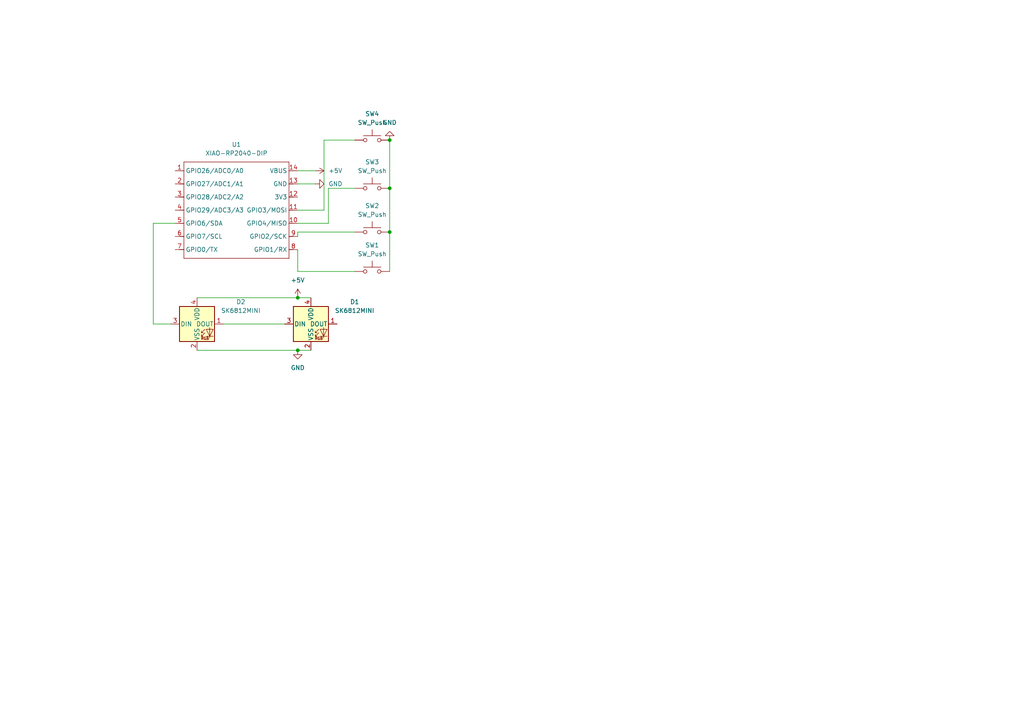
<source format=kicad_sch>
(kicad_sch
	(version 20250114)
	(generator "eeschema")
	(generator_version "9.0")
	(uuid "7f060932-5e52-48ae-b7f3-4acb5123388b")
	(paper "A4")
	(lib_symbols
		(symbol "LED:SK6812MINI"
			(pin_names
				(offset 0.254)
			)
			(exclude_from_sim no)
			(in_bom yes)
			(on_board yes)
			(property "Reference" "D"
				(at 5.08 5.715 0)
				(effects
					(font
						(size 1.27 1.27)
					)
					(justify right bottom)
				)
			)
			(property "Value" "SK6812MINI"
				(at 1.27 -5.715 0)
				(effects
					(font
						(size 1.27 1.27)
					)
					(justify left top)
				)
			)
			(property "Footprint" "LED_SMD:LED_SK6812MINI_PLCC4_3.5x3.5mm_P1.75mm"
				(at 1.27 -7.62 0)
				(effects
					(font
						(size 1.27 1.27)
					)
					(justify left top)
					(hide yes)
				)
			)
			(property "Datasheet" "https://cdn-shop.adafruit.com/product-files/2686/SK6812MINI_REV.01-1-2.pdf"
				(at 2.54 -9.525 0)
				(effects
					(font
						(size 1.27 1.27)
					)
					(justify left top)
					(hide yes)
				)
			)
			(property "Description" "RGB LED with integrated controller"
				(at 0 0 0)
				(effects
					(font
						(size 1.27 1.27)
					)
					(hide yes)
				)
			)
			(property "ki_keywords" "RGB LED NeoPixel Mini addressable"
				(at 0 0 0)
				(effects
					(font
						(size 1.27 1.27)
					)
					(hide yes)
				)
			)
			(property "ki_fp_filters" "LED*SK6812MINI*PLCC*3.5x3.5mm*P1.75mm*"
				(at 0 0 0)
				(effects
					(font
						(size 1.27 1.27)
					)
					(hide yes)
				)
			)
			(symbol "SK6812MINI_0_0"
				(text "RGB"
					(at 2.286 -4.191 0)
					(effects
						(font
							(size 0.762 0.762)
						)
					)
				)
			)
			(symbol "SK6812MINI_0_1"
				(polyline
					(pts
						(xy 1.27 -2.54) (xy 1.778 -2.54)
					)
					(stroke
						(width 0)
						(type default)
					)
					(fill
						(type none)
					)
				)
				(polyline
					(pts
						(xy 1.27 -3.556) (xy 1.778 -3.556)
					)
					(stroke
						(width 0)
						(type default)
					)
					(fill
						(type none)
					)
				)
				(polyline
					(pts
						(xy 2.286 -1.524) (xy 1.27 -2.54) (xy 1.27 -2.032)
					)
					(stroke
						(width 0)
						(type default)
					)
					(fill
						(type none)
					)
				)
				(polyline
					(pts
						(xy 2.286 -2.54) (xy 1.27 -3.556) (xy 1.27 -3.048)
					)
					(stroke
						(width 0)
						(type default)
					)
					(fill
						(type none)
					)
				)
				(polyline
					(pts
						(xy 3.683 -1.016) (xy 3.683 -3.556) (xy 3.683 -4.064)
					)
					(stroke
						(width 0)
						(type default)
					)
					(fill
						(type none)
					)
				)
				(polyline
					(pts
						(xy 4.699 -1.524) (xy 2.667 -1.524) (xy 3.683 -3.556) (xy 4.699 -1.524)
					)
					(stroke
						(width 0)
						(type default)
					)
					(fill
						(type none)
					)
				)
				(polyline
					(pts
						(xy 4.699 -3.556) (xy 2.667 -3.556)
					)
					(stroke
						(width 0)
						(type default)
					)
					(fill
						(type none)
					)
				)
				(rectangle
					(start 5.08 5.08)
					(end -5.08 -5.08)
					(stroke
						(width 0.254)
						(type default)
					)
					(fill
						(type background)
					)
				)
			)
			(symbol "SK6812MINI_1_1"
				(pin input line
					(at -7.62 0 0)
					(length 2.54)
					(name "DIN"
						(effects
							(font
								(size 1.27 1.27)
							)
						)
					)
					(number "3"
						(effects
							(font
								(size 1.27 1.27)
							)
						)
					)
				)
				(pin power_in line
					(at 0 7.62 270)
					(length 2.54)
					(name "VDD"
						(effects
							(font
								(size 1.27 1.27)
							)
						)
					)
					(number "4"
						(effects
							(font
								(size 1.27 1.27)
							)
						)
					)
				)
				(pin power_in line
					(at 0 -7.62 90)
					(length 2.54)
					(name "VSS"
						(effects
							(font
								(size 1.27 1.27)
							)
						)
					)
					(number "2"
						(effects
							(font
								(size 1.27 1.27)
							)
						)
					)
				)
				(pin output line
					(at 7.62 0 180)
					(length 2.54)
					(name "DOUT"
						(effects
							(font
								(size 1.27 1.27)
							)
						)
					)
					(number "1"
						(effects
							(font
								(size 1.27 1.27)
							)
						)
					)
				)
			)
			(embedded_fonts no)
		)
		(symbol "OPL Lib:XIAO-RP2040-DIP"
			(exclude_from_sim no)
			(in_bom yes)
			(on_board yes)
			(property "Reference" "U"
				(at 0 0 0)
				(effects
					(font
						(size 1.27 1.27)
					)
				)
			)
			(property "Value" "XIAO-RP2040-DIP"
				(at 5.334 -1.778 0)
				(effects
					(font
						(size 1.27 1.27)
					)
				)
			)
			(property "Footprint" "Module:MOUDLE14P-XIAO-DIP-SMD"
				(at 14.478 -32.258 0)
				(effects
					(font
						(size 1.27 1.27)
					)
					(hide yes)
				)
			)
			(property "Datasheet" ""
				(at 0 0 0)
				(effects
					(font
						(size 1.27 1.27)
					)
					(hide yes)
				)
			)
			(property "Description" ""
				(at 0 0 0)
				(effects
					(font
						(size 1.27 1.27)
					)
					(hide yes)
				)
			)
			(symbol "XIAO-RP2040-DIP_1_0"
				(polyline
					(pts
						(xy -1.27 -2.54) (xy 29.21 -2.54)
					)
					(stroke
						(width 0.1524)
						(type solid)
					)
					(fill
						(type none)
					)
				)
				(polyline
					(pts
						(xy -1.27 -5.08) (xy -2.54 -5.08)
					)
					(stroke
						(width 0.1524)
						(type solid)
					)
					(fill
						(type none)
					)
				)
				(polyline
					(pts
						(xy -1.27 -5.08) (xy -1.27 -2.54)
					)
					(stroke
						(width 0.1524)
						(type solid)
					)
					(fill
						(type none)
					)
				)
				(polyline
					(pts
						(xy -1.27 -8.89) (xy -2.54 -8.89)
					)
					(stroke
						(width 0.1524)
						(type solid)
					)
					(fill
						(type none)
					)
				)
				(polyline
					(pts
						(xy -1.27 -8.89) (xy -1.27 -5.08)
					)
					(stroke
						(width 0.1524)
						(type solid)
					)
					(fill
						(type none)
					)
				)
				(polyline
					(pts
						(xy -1.27 -12.7) (xy -2.54 -12.7)
					)
					(stroke
						(width 0.1524)
						(type solid)
					)
					(fill
						(type none)
					)
				)
				(polyline
					(pts
						(xy -1.27 -12.7) (xy -1.27 -8.89)
					)
					(stroke
						(width 0.1524)
						(type solid)
					)
					(fill
						(type none)
					)
				)
				(polyline
					(pts
						(xy -1.27 -16.51) (xy -2.54 -16.51)
					)
					(stroke
						(width 0.1524)
						(type solid)
					)
					(fill
						(type none)
					)
				)
				(polyline
					(pts
						(xy -1.27 -16.51) (xy -1.27 -12.7)
					)
					(stroke
						(width 0.1524)
						(type solid)
					)
					(fill
						(type none)
					)
				)
				(polyline
					(pts
						(xy -1.27 -20.32) (xy -2.54 -20.32)
					)
					(stroke
						(width 0.1524)
						(type solid)
					)
					(fill
						(type none)
					)
				)
				(polyline
					(pts
						(xy -1.27 -24.13) (xy -2.54 -24.13)
					)
					(stroke
						(width 0.1524)
						(type solid)
					)
					(fill
						(type none)
					)
				)
				(polyline
					(pts
						(xy -1.27 -27.94) (xy -2.54 -27.94)
					)
					(stroke
						(width 0.1524)
						(type solid)
					)
					(fill
						(type none)
					)
				)
				(polyline
					(pts
						(xy -1.27 -30.48) (xy -1.27 -16.51)
					)
					(stroke
						(width 0.1524)
						(type solid)
					)
					(fill
						(type none)
					)
				)
				(polyline
					(pts
						(xy 29.21 -2.54) (xy 29.21 -5.08)
					)
					(stroke
						(width 0.1524)
						(type solid)
					)
					(fill
						(type none)
					)
				)
				(polyline
					(pts
						(xy 29.21 -5.08) (xy 29.21 -8.89)
					)
					(stroke
						(width 0.1524)
						(type solid)
					)
					(fill
						(type none)
					)
				)
				(polyline
					(pts
						(xy 29.21 -8.89) (xy 29.21 -12.7)
					)
					(stroke
						(width 0.1524)
						(type solid)
					)
					(fill
						(type none)
					)
				)
				(polyline
					(pts
						(xy 29.21 -12.7) (xy 29.21 -30.48)
					)
					(stroke
						(width 0.1524)
						(type solid)
					)
					(fill
						(type none)
					)
				)
				(polyline
					(pts
						(xy 29.21 -30.48) (xy -1.27 -30.48)
					)
					(stroke
						(width 0.1524)
						(type solid)
					)
					(fill
						(type none)
					)
				)
				(polyline
					(pts
						(xy 30.48 -5.08) (xy 29.21 -5.08)
					)
					(stroke
						(width 0.1524)
						(type solid)
					)
					(fill
						(type none)
					)
				)
				(polyline
					(pts
						(xy 30.48 -8.89) (xy 29.21 -8.89)
					)
					(stroke
						(width 0.1524)
						(type solid)
					)
					(fill
						(type none)
					)
				)
				(polyline
					(pts
						(xy 30.48 -12.7) (xy 29.21 -12.7)
					)
					(stroke
						(width 0.1524)
						(type solid)
					)
					(fill
						(type none)
					)
				)
				(polyline
					(pts
						(xy 30.48 -16.51) (xy 29.21 -16.51)
					)
					(stroke
						(width 0.1524)
						(type solid)
					)
					(fill
						(type none)
					)
				)
				(polyline
					(pts
						(xy 30.48 -20.32) (xy 29.21 -20.32)
					)
					(stroke
						(width 0.1524)
						(type solid)
					)
					(fill
						(type none)
					)
				)
				(polyline
					(pts
						(xy 30.48 -24.13) (xy 29.21 -24.13)
					)
					(stroke
						(width 0.1524)
						(type solid)
					)
					(fill
						(type none)
					)
				)
				(polyline
					(pts
						(xy 30.48 -27.94) (xy 29.21 -27.94)
					)
					(stroke
						(width 0.1524)
						(type solid)
					)
					(fill
						(type none)
					)
				)
				(pin passive line
					(at -3.81 -5.08 0)
					(length 2.54)
					(name "GPIO26/ADC0/A0"
						(effects
							(font
								(size 1.27 1.27)
							)
						)
					)
					(number "1"
						(effects
							(font
								(size 1.27 1.27)
							)
						)
					)
				)
				(pin passive line
					(at -3.81 -8.89 0)
					(length 2.54)
					(name "GPIO27/ADC1/A1"
						(effects
							(font
								(size 1.27 1.27)
							)
						)
					)
					(number "2"
						(effects
							(font
								(size 1.27 1.27)
							)
						)
					)
				)
				(pin passive line
					(at -3.81 -12.7 0)
					(length 2.54)
					(name "GPIO28/ADC2/A2"
						(effects
							(font
								(size 1.27 1.27)
							)
						)
					)
					(number "3"
						(effects
							(font
								(size 1.27 1.27)
							)
						)
					)
				)
				(pin passive line
					(at -3.81 -16.51 0)
					(length 2.54)
					(name "GPIO29/ADC3/A3"
						(effects
							(font
								(size 1.27 1.27)
							)
						)
					)
					(number "4"
						(effects
							(font
								(size 1.27 1.27)
							)
						)
					)
				)
				(pin passive line
					(at -3.81 -20.32 0)
					(length 2.54)
					(name "GPIO6/SDA"
						(effects
							(font
								(size 1.27 1.27)
							)
						)
					)
					(number "5"
						(effects
							(font
								(size 1.27 1.27)
							)
						)
					)
				)
				(pin passive line
					(at -3.81 -24.13 0)
					(length 2.54)
					(name "GPIO7/SCL"
						(effects
							(font
								(size 1.27 1.27)
							)
						)
					)
					(number "6"
						(effects
							(font
								(size 1.27 1.27)
							)
						)
					)
				)
				(pin passive line
					(at -3.81 -27.94 0)
					(length 2.54)
					(name "GPIO0/TX"
						(effects
							(font
								(size 1.27 1.27)
							)
						)
					)
					(number "7"
						(effects
							(font
								(size 1.27 1.27)
							)
						)
					)
				)
				(pin passive line
					(at 31.75 -5.08 180)
					(length 2.54)
					(name "VBUS"
						(effects
							(font
								(size 1.27 1.27)
							)
						)
					)
					(number "14"
						(effects
							(font
								(size 1.27 1.27)
							)
						)
					)
				)
				(pin passive line
					(at 31.75 -8.89 180)
					(length 2.54)
					(name "GND"
						(effects
							(font
								(size 1.27 1.27)
							)
						)
					)
					(number "13"
						(effects
							(font
								(size 1.27 1.27)
							)
						)
					)
				)
				(pin passive line
					(at 31.75 -12.7 180)
					(length 2.54)
					(name "3V3"
						(effects
							(font
								(size 1.27 1.27)
							)
						)
					)
					(number "12"
						(effects
							(font
								(size 1.27 1.27)
							)
						)
					)
				)
				(pin passive line
					(at 31.75 -16.51 180)
					(length 2.54)
					(name "GPIO3/MOSI"
						(effects
							(font
								(size 1.27 1.27)
							)
						)
					)
					(number "11"
						(effects
							(font
								(size 1.27 1.27)
							)
						)
					)
				)
				(pin passive line
					(at 31.75 -20.32 180)
					(length 2.54)
					(name "GPIO4/MISO"
						(effects
							(font
								(size 1.27 1.27)
							)
						)
					)
					(number "10"
						(effects
							(font
								(size 1.27 1.27)
							)
						)
					)
				)
				(pin passive line
					(at 31.75 -24.13 180)
					(length 2.54)
					(name "GPIO2/SCK"
						(effects
							(font
								(size 1.27 1.27)
							)
						)
					)
					(number "9"
						(effects
							(font
								(size 1.27 1.27)
							)
						)
					)
				)
				(pin passive line
					(at 31.75 -27.94 180)
					(length 2.54)
					(name "GPIO1/RX"
						(effects
							(font
								(size 1.27 1.27)
							)
						)
					)
					(number "8"
						(effects
							(font
								(size 1.27 1.27)
							)
						)
					)
				)
			)
			(embedded_fonts no)
		)
		(symbol "Switch:SW_Push"
			(pin_numbers
				(hide yes)
			)
			(pin_names
				(offset 1.016)
				(hide yes)
			)
			(exclude_from_sim no)
			(in_bom yes)
			(on_board yes)
			(property "Reference" "SW"
				(at 1.27 2.54 0)
				(effects
					(font
						(size 1.27 1.27)
					)
					(justify left)
				)
			)
			(property "Value" "SW_Push"
				(at 0 -1.524 0)
				(effects
					(font
						(size 1.27 1.27)
					)
				)
			)
			(property "Footprint" ""
				(at 0 5.08 0)
				(effects
					(font
						(size 1.27 1.27)
					)
					(hide yes)
				)
			)
			(property "Datasheet" "~"
				(at 0 5.08 0)
				(effects
					(font
						(size 1.27 1.27)
					)
					(hide yes)
				)
			)
			(property "Description" "Push button switch, generic, two pins"
				(at 0 0 0)
				(effects
					(font
						(size 1.27 1.27)
					)
					(hide yes)
				)
			)
			(property "ki_keywords" "switch normally-open pushbutton push-button"
				(at 0 0 0)
				(effects
					(font
						(size 1.27 1.27)
					)
					(hide yes)
				)
			)
			(symbol "SW_Push_0_1"
				(circle
					(center -2.032 0)
					(radius 0.508)
					(stroke
						(width 0)
						(type default)
					)
					(fill
						(type none)
					)
				)
				(polyline
					(pts
						(xy 0 1.27) (xy 0 3.048)
					)
					(stroke
						(width 0)
						(type default)
					)
					(fill
						(type none)
					)
				)
				(circle
					(center 2.032 0)
					(radius 0.508)
					(stroke
						(width 0)
						(type default)
					)
					(fill
						(type none)
					)
				)
				(polyline
					(pts
						(xy 2.54 1.27) (xy -2.54 1.27)
					)
					(stroke
						(width 0)
						(type default)
					)
					(fill
						(type none)
					)
				)
				(pin passive line
					(at -5.08 0 0)
					(length 2.54)
					(name "1"
						(effects
							(font
								(size 1.27 1.27)
							)
						)
					)
					(number "1"
						(effects
							(font
								(size 1.27 1.27)
							)
						)
					)
				)
				(pin passive line
					(at 5.08 0 180)
					(length 2.54)
					(name "2"
						(effects
							(font
								(size 1.27 1.27)
							)
						)
					)
					(number "2"
						(effects
							(font
								(size 1.27 1.27)
							)
						)
					)
				)
			)
			(embedded_fonts no)
		)
		(symbol "power:+5V"
			(power)
			(pin_numbers
				(hide yes)
			)
			(pin_names
				(offset 0)
				(hide yes)
			)
			(exclude_from_sim no)
			(in_bom yes)
			(on_board yes)
			(property "Reference" "#PWR"
				(at 0 -3.81 0)
				(effects
					(font
						(size 1.27 1.27)
					)
					(hide yes)
				)
			)
			(property "Value" "+5V"
				(at 0 3.556 0)
				(effects
					(font
						(size 1.27 1.27)
					)
				)
			)
			(property "Footprint" ""
				(at 0 0 0)
				(effects
					(font
						(size 1.27 1.27)
					)
					(hide yes)
				)
			)
			(property "Datasheet" ""
				(at 0 0 0)
				(effects
					(font
						(size 1.27 1.27)
					)
					(hide yes)
				)
			)
			(property "Description" "Power symbol creates a global label with name \"+5V\""
				(at 0 0 0)
				(effects
					(font
						(size 1.27 1.27)
					)
					(hide yes)
				)
			)
			(property "ki_keywords" "global power"
				(at 0 0 0)
				(effects
					(font
						(size 1.27 1.27)
					)
					(hide yes)
				)
			)
			(symbol "+5V_0_1"
				(polyline
					(pts
						(xy -0.762 1.27) (xy 0 2.54)
					)
					(stroke
						(width 0)
						(type default)
					)
					(fill
						(type none)
					)
				)
				(polyline
					(pts
						(xy 0 2.54) (xy 0.762 1.27)
					)
					(stroke
						(width 0)
						(type default)
					)
					(fill
						(type none)
					)
				)
				(polyline
					(pts
						(xy 0 0) (xy 0 2.54)
					)
					(stroke
						(width 0)
						(type default)
					)
					(fill
						(type none)
					)
				)
			)
			(symbol "+5V_1_1"
				(pin power_in line
					(at 0 0 90)
					(length 0)
					(name "~"
						(effects
							(font
								(size 1.27 1.27)
							)
						)
					)
					(number "1"
						(effects
							(font
								(size 1.27 1.27)
							)
						)
					)
				)
			)
			(embedded_fonts no)
		)
		(symbol "power:GND"
			(power)
			(pin_numbers
				(hide yes)
			)
			(pin_names
				(offset 0)
				(hide yes)
			)
			(exclude_from_sim no)
			(in_bom yes)
			(on_board yes)
			(property "Reference" "#PWR"
				(at 0 -6.35 0)
				(effects
					(font
						(size 1.27 1.27)
					)
					(hide yes)
				)
			)
			(property "Value" "GND"
				(at 0 -3.81 0)
				(effects
					(font
						(size 1.27 1.27)
					)
				)
			)
			(property "Footprint" ""
				(at 0 0 0)
				(effects
					(font
						(size 1.27 1.27)
					)
					(hide yes)
				)
			)
			(property "Datasheet" ""
				(at 0 0 0)
				(effects
					(font
						(size 1.27 1.27)
					)
					(hide yes)
				)
			)
			(property "Description" "Power symbol creates a global label with name \"GND\" , ground"
				(at 0 0 0)
				(effects
					(font
						(size 1.27 1.27)
					)
					(hide yes)
				)
			)
			(property "ki_keywords" "global power"
				(at 0 0 0)
				(effects
					(font
						(size 1.27 1.27)
					)
					(hide yes)
				)
			)
			(symbol "GND_0_1"
				(polyline
					(pts
						(xy 0 0) (xy 0 -1.27) (xy 1.27 -1.27) (xy 0 -2.54) (xy -1.27 -1.27) (xy 0 -1.27)
					)
					(stroke
						(width 0)
						(type default)
					)
					(fill
						(type none)
					)
				)
			)
			(symbol "GND_1_1"
				(pin power_in line
					(at 0 0 270)
					(length 0)
					(name "~"
						(effects
							(font
								(size 1.27 1.27)
							)
						)
					)
					(number "1"
						(effects
							(font
								(size 1.27 1.27)
							)
						)
					)
				)
			)
			(embedded_fonts no)
		)
	)
	(junction
		(at 86.36 101.6)
		(diameter 0)
		(color 0 0 0 0)
		(uuid "36b96c3e-c0c2-45b4-952d-9ef7dc31b9ca")
	)
	(junction
		(at 113.03 54.61)
		(diameter 0)
		(color 0 0 0 0)
		(uuid "37d407f4-267a-4126-821e-3c4c82599a19")
	)
	(junction
		(at 113.03 67.31)
		(diameter 0)
		(color 0 0 0 0)
		(uuid "96767f5a-a645-44cc-b6b4-19b94036a1ba")
	)
	(junction
		(at 113.03 40.64)
		(diameter 0)
		(color 0 0 0 0)
		(uuid "b1c5a10e-e100-41ac-a747-25cebee681ca")
	)
	(junction
		(at 86.36 86.36)
		(diameter 0)
		(color 0 0 0 0)
		(uuid "e13b1cf9-13b2-4084-a57b-64fbab7aa86d")
	)
	(wire
		(pts
			(xy 57.15 101.6) (xy 86.36 101.6)
		)
		(stroke
			(width 0)
			(type default)
		)
		(uuid "0ac1595b-e5f0-4976-bc78-fa18cc3dae3d")
	)
	(wire
		(pts
			(xy 90.17 101.6) (xy 86.36 101.6)
		)
		(stroke
			(width 0)
			(type default)
		)
		(uuid "2a800724-8e45-4388-9b6c-f43066475891")
	)
	(wire
		(pts
			(xy 113.03 54.61) (xy 113.03 67.31)
		)
		(stroke
			(width 0)
			(type default)
		)
		(uuid "2cfa4fbb-5667-47a4-9159-efbc1e3bc834")
	)
	(wire
		(pts
			(xy 90.17 86.36) (xy 86.36 86.36)
		)
		(stroke
			(width 0)
			(type default)
		)
		(uuid "373e8064-21e1-4381-866c-ec81bad96f29")
	)
	(wire
		(pts
			(xy 93.98 60.96) (xy 93.98 40.64)
		)
		(stroke
			(width 0)
			(type default)
		)
		(uuid "3792a219-2e21-4372-b829-25862a3e7036")
	)
	(wire
		(pts
			(xy 86.36 67.31) (xy 86.36 68.58)
		)
		(stroke
			(width 0)
			(type default)
		)
		(uuid "3caa5d2f-93d0-4c70-80e3-1cdb4f2814a9")
	)
	(wire
		(pts
			(xy 86.36 78.74) (xy 86.36 72.39)
		)
		(stroke
			(width 0)
			(type default)
		)
		(uuid "5190d328-e72c-4fec-a2ed-aa4c15a3cd68")
	)
	(wire
		(pts
			(xy 95.25 54.61) (xy 95.25 64.77)
		)
		(stroke
			(width 0)
			(type default)
		)
		(uuid "5406b2d7-de91-400b-a24f-048c5799cd8e")
	)
	(wire
		(pts
			(xy 102.87 67.31) (xy 86.36 67.31)
		)
		(stroke
			(width 0)
			(type default)
		)
		(uuid "5f143f0b-9c80-4d15-b6bb-deef16c2a2e3")
	)
	(wire
		(pts
			(xy 57.15 86.36) (xy 86.36 86.36)
		)
		(stroke
			(width 0)
			(type default)
		)
		(uuid "6eb32872-4501-4642-8d0e-2b5b7d97fa14")
	)
	(wire
		(pts
			(xy 44.45 64.77) (xy 44.45 93.98)
		)
		(stroke
			(width 0)
			(type default)
		)
		(uuid "7319b1c5-eb2e-4fc3-bdcf-8c1fc9f82495")
	)
	(wire
		(pts
			(xy 102.87 78.74) (xy 86.36 78.74)
		)
		(stroke
			(width 0)
			(type default)
		)
		(uuid "8a53ca53-e97d-43f2-a6be-8c8e150b9311")
	)
	(wire
		(pts
			(xy 86.36 60.96) (xy 93.98 60.96)
		)
		(stroke
			(width 0)
			(type default)
		)
		(uuid "8a927d36-a3f7-44af-96ea-cba2bd080df2")
	)
	(wire
		(pts
			(xy 64.77 93.98) (xy 82.55 93.98)
		)
		(stroke
			(width 0)
			(type default)
		)
		(uuid "945bd717-c93b-4733-930c-d3d00681ed6f")
	)
	(wire
		(pts
			(xy 113.03 40.64) (xy 113.03 54.61)
		)
		(stroke
			(width 0)
			(type default)
		)
		(uuid "9a2e9681-3d1c-42cc-a602-ab3eba9a2217")
	)
	(wire
		(pts
			(xy 102.87 54.61) (xy 95.25 54.61)
		)
		(stroke
			(width 0)
			(type default)
		)
		(uuid "9f9fbd34-2ac6-4fef-a50f-bc86a8e58812")
	)
	(wire
		(pts
			(xy 50.8 64.77) (xy 44.45 64.77)
		)
		(stroke
			(width 0)
			(type default)
		)
		(uuid "a9e18bd0-a927-4464-8d5d-64829028c888")
	)
	(wire
		(pts
			(xy 44.45 93.98) (xy 49.53 93.98)
		)
		(stroke
			(width 0)
			(type default)
		)
		(uuid "b21261a0-e0db-4d91-84e0-eef67ee778dd")
	)
	(wire
		(pts
			(xy 86.36 49.53) (xy 91.44 49.53)
		)
		(stroke
			(width 0)
			(type default)
		)
		(uuid "cc8ef177-22e8-4fa0-8bf5-e4e4904a0e7d")
	)
	(wire
		(pts
			(xy 113.03 67.31) (xy 113.03 78.74)
		)
		(stroke
			(width 0)
			(type default)
		)
		(uuid "d61c2067-00f6-450c-b6ab-11817f6d0158")
	)
	(wire
		(pts
			(xy 93.98 40.64) (xy 102.87 40.64)
		)
		(stroke
			(width 0)
			(type default)
		)
		(uuid "f88dcb55-4f7f-4626-8264-9805a6175ae3")
	)
	(wire
		(pts
			(xy 86.36 53.34) (xy 91.44 53.34)
		)
		(stroke
			(width 0)
			(type default)
		)
		(uuid "f9c6915e-721b-4840-b561-5fddbc40f332")
	)
	(wire
		(pts
			(xy 95.25 64.77) (xy 86.36 64.77)
		)
		(stroke
			(width 0)
			(type default)
		)
		(uuid "fa8e1384-1643-4c0c-abca-8675188abab4")
	)
	(symbol
		(lib_id "Switch:SW_Push")
		(at 107.95 40.64 0)
		(unit 1)
		(exclude_from_sim no)
		(in_bom yes)
		(on_board yes)
		(dnp no)
		(fields_autoplaced yes)
		(uuid "1545949e-247b-4561-876d-81405f91ca71")
		(property "Reference" "SW4"
			(at 107.95 33.02 0)
			(effects
				(font
					(size 1.27 1.27)
				)
			)
		)
		(property "Value" "SW_Push"
			(at 107.95 35.56 0)
			(effects
				(font
					(size 1.27 1.27)
				)
			)
		)
		(property "Footprint" "Button_Switch_Keyboard:SW_Cherry_MX_1.00u_PCB"
			(at 107.95 35.56 0)
			(effects
				(font
					(size 1.27 1.27)
				)
				(hide yes)
			)
		)
		(property "Datasheet" "~"
			(at 107.95 35.56 0)
			(effects
				(font
					(size 1.27 1.27)
				)
				(hide yes)
			)
		)
		(property "Description" "Push button switch, generic, two pins"
			(at 107.95 40.64 0)
			(effects
				(font
					(size 1.27 1.27)
				)
				(hide yes)
			)
		)
		(pin "2"
			(uuid "fbeb1cd4-01de-4b50-9b60-5394b18b6700")
		)
		(pin "1"
			(uuid "a2c838c3-6fe2-403c-9a10-5bac38e192ad")
		)
		(instances
			(project ""
				(path "/7f060932-5e52-48ae-b7f3-4acb5123388b"
					(reference "SW4")
					(unit 1)
				)
			)
		)
	)
	(symbol
		(lib_id "power:+5V")
		(at 91.44 49.53 270)
		(unit 1)
		(exclude_from_sim no)
		(in_bom yes)
		(on_board yes)
		(dnp no)
		(fields_autoplaced yes)
		(uuid "1b52cbec-31d9-4097-ba2b-5c4ad159a864")
		(property "Reference" "#PWR05"
			(at 87.63 49.53 0)
			(effects
				(font
					(size 1.27 1.27)
				)
				(hide yes)
			)
		)
		(property "Value" "+5V"
			(at 95.25 49.5299 90)
			(effects
				(font
					(size 1.27 1.27)
				)
				(justify left)
			)
		)
		(property "Footprint" ""
			(at 91.44 49.53 0)
			(effects
				(font
					(size 1.27 1.27)
				)
				(hide yes)
			)
		)
		(property "Datasheet" ""
			(at 91.44 49.53 0)
			(effects
				(font
					(size 1.27 1.27)
				)
				(hide yes)
			)
		)
		(property "Description" "Power symbol creates a global label with name \"+5V\""
			(at 91.44 49.53 0)
			(effects
				(font
					(size 1.27 1.27)
				)
				(hide yes)
			)
		)
		(pin "1"
			(uuid "8036b01d-dcc3-4fc9-8d5b-754cb21db3c9")
		)
		(instances
			(project ""
				(path "/7f060932-5e52-48ae-b7f3-4acb5123388b"
					(reference "#PWR05")
					(unit 1)
				)
			)
		)
	)
	(symbol
		(lib_id "Switch:SW_Push")
		(at 107.95 78.74 0)
		(unit 1)
		(exclude_from_sim no)
		(in_bom yes)
		(on_board yes)
		(dnp no)
		(uuid "2a74b5d6-0aa0-41c2-beb5-da5fdbad032b")
		(property "Reference" "SW1"
			(at 107.95 71.12 0)
			(effects
				(font
					(size 1.27 1.27)
				)
			)
		)
		(property "Value" "SW_Push"
			(at 107.95 73.66 0)
			(effects
				(font
					(size 1.27 1.27)
				)
			)
		)
		(property "Footprint" "Button_Switch_Keyboard:SW_Cherry_MX_1.00u_PCB"
			(at 107.95 73.66 0)
			(effects
				(font
					(size 1.27 1.27)
				)
				(hide yes)
			)
		)
		(property "Datasheet" "~"
			(at 107.95 73.66 0)
			(effects
				(font
					(size 1.27 1.27)
				)
				(hide yes)
			)
		)
		(property "Description" "Push button switch, generic, two pins"
			(at 107.95 78.74 0)
			(effects
				(font
					(size 1.27 1.27)
				)
				(hide yes)
			)
		)
		(pin "1"
			(uuid "f193998e-c09e-4b0a-a758-e2a902420dac")
		)
		(pin "2"
			(uuid "752a9b86-2098-4721-a755-f80ff39eba60")
		)
		(instances
			(project ""
				(path "/7f060932-5e52-48ae-b7f3-4acb5123388b"
					(reference "SW1")
					(unit 1)
				)
			)
		)
	)
	(symbol
		(lib_id "Switch:SW_Push")
		(at 107.95 67.31 0)
		(unit 1)
		(exclude_from_sim no)
		(in_bom yes)
		(on_board yes)
		(dnp no)
		(fields_autoplaced yes)
		(uuid "2b4ccc57-8c32-430c-9c7c-5c7c09add430")
		(property "Reference" "SW2"
			(at 107.95 59.69 0)
			(effects
				(font
					(size 1.27 1.27)
				)
			)
		)
		(property "Value" "SW_Push"
			(at 107.95 62.23 0)
			(effects
				(font
					(size 1.27 1.27)
				)
			)
		)
		(property "Footprint" "Button_Switch_Keyboard:SW_Cherry_MX_1.00u_PCB"
			(at 107.95 62.23 0)
			(effects
				(font
					(size 1.27 1.27)
				)
				(hide yes)
			)
		)
		(property "Datasheet" "~"
			(at 107.95 62.23 0)
			(effects
				(font
					(size 1.27 1.27)
				)
				(hide yes)
			)
		)
		(property "Description" "Push button switch, generic, two pins"
			(at 107.95 67.31 0)
			(effects
				(font
					(size 1.27 1.27)
				)
				(hide yes)
			)
		)
		(pin "1"
			(uuid "1b3a4e4c-ad39-429f-95c3-bd1bb317a3b9")
		)
		(pin "2"
			(uuid "da2b6652-73f8-41e7-818b-1eec0a34b857")
		)
		(instances
			(project ""
				(path "/7f060932-5e52-48ae-b7f3-4acb5123388b"
					(reference "SW2")
					(unit 1)
				)
			)
		)
	)
	(symbol
		(lib_id "power:+5V")
		(at 86.36 86.36 0)
		(unit 1)
		(exclude_from_sim no)
		(in_bom yes)
		(on_board yes)
		(dnp no)
		(fields_autoplaced yes)
		(uuid "3830d933-34a8-48a5-9002-b762f352bbd5")
		(property "Reference" "#PWR02"
			(at 86.36 90.17 0)
			(effects
				(font
					(size 1.27 1.27)
				)
				(hide yes)
			)
		)
		(property "Value" "+5V"
			(at 86.36 81.28 0)
			(effects
				(font
					(size 1.27 1.27)
				)
			)
		)
		(property "Footprint" ""
			(at 86.36 86.36 0)
			(effects
				(font
					(size 1.27 1.27)
				)
				(hide yes)
			)
		)
		(property "Datasheet" ""
			(at 86.36 86.36 0)
			(effects
				(font
					(size 1.27 1.27)
				)
				(hide yes)
			)
		)
		(property "Description" "Power symbol creates a global label with name \"+5V\""
			(at 86.36 86.36 0)
			(effects
				(font
					(size 1.27 1.27)
				)
				(hide yes)
			)
		)
		(pin "1"
			(uuid "f8aedeb3-dc43-4d0b-9010-2ff9120eeb1e")
		)
		(instances
			(project ""
				(path "/7f060932-5e52-48ae-b7f3-4acb5123388b"
					(reference "#PWR02")
					(unit 1)
				)
			)
		)
	)
	(symbol
		(lib_id "power:GND")
		(at 86.36 101.6 0)
		(unit 1)
		(exclude_from_sim no)
		(in_bom yes)
		(on_board yes)
		(dnp no)
		(fields_autoplaced yes)
		(uuid "9463ff81-80f3-4fa9-b01d-3d5646daacc5")
		(property "Reference" "#PWR01"
			(at 86.36 107.95 0)
			(effects
				(font
					(size 1.27 1.27)
				)
				(hide yes)
			)
		)
		(property "Value" "GND"
			(at 86.36 106.68 0)
			(effects
				(font
					(size 1.27 1.27)
				)
			)
		)
		(property "Footprint" ""
			(at 86.36 101.6 0)
			(effects
				(font
					(size 1.27 1.27)
				)
				(hide yes)
			)
		)
		(property "Datasheet" ""
			(at 86.36 101.6 0)
			(effects
				(font
					(size 1.27 1.27)
				)
				(hide yes)
			)
		)
		(property "Description" "Power symbol creates a global label with name \"GND\" , ground"
			(at 86.36 101.6 0)
			(effects
				(font
					(size 1.27 1.27)
				)
				(hide yes)
			)
		)
		(pin "1"
			(uuid "df03fec4-8726-4de8-a3d3-d0bdeec9e515")
		)
		(instances
			(project ""
				(path "/7f060932-5e52-48ae-b7f3-4acb5123388b"
					(reference "#PWR01")
					(unit 1)
				)
			)
		)
	)
	(symbol
		(lib_id "power:GND")
		(at 91.44 53.34 90)
		(unit 1)
		(exclude_from_sim no)
		(in_bom yes)
		(on_board yes)
		(dnp no)
		(fields_autoplaced yes)
		(uuid "ac867a55-6a80-4e40-b5ad-9d71a952ae74")
		(property "Reference" "#PWR04"
			(at 97.79 53.34 0)
			(effects
				(font
					(size 1.27 1.27)
				)
				(hide yes)
			)
		)
		(property "Value" "GND"
			(at 95.25 53.3399 90)
			(effects
				(font
					(size 1.27 1.27)
				)
				(justify right)
			)
		)
		(property "Footprint" ""
			(at 91.44 53.34 0)
			(effects
				(font
					(size 1.27 1.27)
				)
				(hide yes)
			)
		)
		(property "Datasheet" ""
			(at 91.44 53.34 0)
			(effects
				(font
					(size 1.27 1.27)
				)
				(hide yes)
			)
		)
		(property "Description" "Power symbol creates a global label with name \"GND\" , ground"
			(at 91.44 53.34 0)
			(effects
				(font
					(size 1.27 1.27)
				)
				(hide yes)
			)
		)
		(pin "1"
			(uuid "4da8f3a6-060f-45b9-9c7d-085be9a216ed")
		)
		(instances
			(project ""
				(path "/7f060932-5e52-48ae-b7f3-4acb5123388b"
					(reference "#PWR04")
					(unit 1)
				)
			)
		)
	)
	(symbol
		(lib_id "Switch:SW_Push")
		(at 107.95 54.61 0)
		(unit 1)
		(exclude_from_sim no)
		(in_bom yes)
		(on_board yes)
		(dnp no)
		(fields_autoplaced yes)
		(uuid "af9da2fb-4a52-4575-9e3f-1ffa7271d15e")
		(property "Reference" "SW3"
			(at 107.95 46.99 0)
			(effects
				(font
					(size 1.27 1.27)
				)
			)
		)
		(property "Value" "SW_Push"
			(at 107.95 49.53 0)
			(effects
				(font
					(size 1.27 1.27)
				)
			)
		)
		(property "Footprint" "Button_Switch_Keyboard:SW_Cherry_MX_1.00u_PCB"
			(at 107.95 49.53 0)
			(effects
				(font
					(size 1.27 1.27)
				)
				(hide yes)
			)
		)
		(property "Datasheet" "~"
			(at 107.95 49.53 0)
			(effects
				(font
					(size 1.27 1.27)
				)
				(hide yes)
			)
		)
		(property "Description" "Push button switch, generic, two pins"
			(at 107.95 54.61 0)
			(effects
				(font
					(size 1.27 1.27)
				)
				(hide yes)
			)
		)
		(pin "1"
			(uuid "6aaff7bf-055e-4d94-9a1b-ac7742c5611b")
		)
		(pin "2"
			(uuid "ce05b6d8-82aa-460a-b26f-b82df44886b1")
		)
		(instances
			(project ""
				(path "/7f060932-5e52-48ae-b7f3-4acb5123388b"
					(reference "SW3")
					(unit 1)
				)
			)
		)
	)
	(symbol
		(lib_id "LED:SK6812MINI")
		(at 90.17 93.98 0)
		(unit 1)
		(exclude_from_sim no)
		(in_bom yes)
		(on_board yes)
		(dnp no)
		(fields_autoplaced yes)
		(uuid "cafb0c23-28a7-4ca1-b9fc-aaf44fcfc952")
		(property "Reference" "D1"
			(at 102.87 87.5598 0)
			(effects
				(font
					(size 1.27 1.27)
				)
			)
		)
		(property "Value" "SK6812MINI"
			(at 102.87 90.0998 0)
			(effects
				(font
					(size 1.27 1.27)
				)
			)
		)
		(property "Footprint" "LED_SMD:LED_SK6812MINI_PLCC4_3.5x3.5mm_P1.75mm"
			(at 91.44 101.6 0)
			(effects
				(font
					(size 1.27 1.27)
				)
				(justify left top)
				(hide yes)
			)
		)
		(property "Datasheet" "https://cdn-shop.adafruit.com/product-files/2686/SK6812MINI_REV.01-1-2.pdf"
			(at 92.71 103.505 0)
			(effects
				(font
					(size 1.27 1.27)
				)
				(justify left top)
				(hide yes)
			)
		)
		(property "Description" "RGB LED with integrated controller"
			(at 90.17 93.98 0)
			(effects
				(font
					(size 1.27 1.27)
				)
				(hide yes)
			)
		)
		(pin "1"
			(uuid "a94c0667-d191-4b58-ac3b-ac245c1738d0")
		)
		(pin "3"
			(uuid "0217ba79-0c97-45bf-b0e3-006317903aa4")
		)
		(pin "4"
			(uuid "427a3bd4-c1fc-4f9a-b6ee-e5fad57e9242")
		)
		(pin "2"
			(uuid "d3884c28-05d9-40bd-9ac6-b126964ad945")
		)
		(instances
			(project ""
				(path "/7f060932-5e52-48ae-b7f3-4acb5123388b"
					(reference "D1")
					(unit 1)
				)
			)
		)
	)
	(symbol
		(lib_id "OPL Lib:XIAO-RP2040-DIP")
		(at 54.61 44.45 0)
		(unit 1)
		(exclude_from_sim no)
		(in_bom yes)
		(on_board yes)
		(dnp no)
		(fields_autoplaced yes)
		(uuid "df1b4a4f-7856-480f-8962-bc9e09cc2256")
		(property "Reference" "U1"
			(at 68.58 41.91 0)
			(effects
				(font
					(size 1.27 1.27)
				)
			)
		)
		(property "Value" "XIAO-RP2040-DIP"
			(at 68.58 44.45 0)
			(effects
				(font
					(size 1.27 1.27)
				)
			)
		)
		(property "Footprint" "OPL Lib:XIAO-RP2040-DIP"
			(at 69.088 76.708 0)
			(effects
				(font
					(size 1.27 1.27)
				)
				(hide yes)
			)
		)
		(property "Datasheet" ""
			(at 54.61 44.45 0)
			(effects
				(font
					(size 1.27 1.27)
				)
				(hide yes)
			)
		)
		(property "Description" ""
			(at 54.61 44.45 0)
			(effects
				(font
					(size 1.27 1.27)
				)
				(hide yes)
			)
		)
		(pin "8"
			(uuid "623e479e-7ac4-4a05-b9c8-824f320296a9")
		)
		(pin "11"
			(uuid "564e42e5-c18f-4515-9d5a-6757857e0831")
		)
		(pin "4"
			(uuid "99633aae-a758-4fa5-b174-ffb165c33dd8")
		)
		(pin "1"
			(uuid "e8f4229c-e8b8-4c70-b348-9dabe0baeac5")
		)
		(pin "5"
			(uuid "3dc32817-b674-489c-914c-103163d39d19")
		)
		(pin "12"
			(uuid "c608e383-d650-4dc8-bba6-65c787bca50b")
		)
		(pin "14"
			(uuid "8add4bc8-6fb6-43a5-bf4d-d72686063d27")
		)
		(pin "3"
			(uuid "44dca373-9095-4c88-b008-1a484fd5f482")
		)
		(pin "6"
			(uuid "a2233131-2765-44f2-b223-66d45651e545")
		)
		(pin "13"
			(uuid "e164a058-f60c-435a-aed1-24c14597974b")
		)
		(pin "7"
			(uuid "00d217cd-13c9-49fd-8ffa-bbc551b6c35c")
		)
		(pin "10"
			(uuid "82c747d9-71b5-4f80-94bc-b96074282cdc")
		)
		(pin "2"
			(uuid "977bcb21-c248-42f5-807b-fed9efdf22c4")
		)
		(pin "9"
			(uuid "39f91b78-1113-47d0-8bd4-eb1e64d25906")
		)
		(instances
			(project ""
				(path "/7f060932-5e52-48ae-b7f3-4acb5123388b"
					(reference "U1")
					(unit 1)
				)
			)
		)
	)
	(symbol
		(lib_id "power:GND")
		(at 113.03 40.64 180)
		(unit 1)
		(exclude_from_sim no)
		(in_bom yes)
		(on_board yes)
		(dnp no)
		(fields_autoplaced yes)
		(uuid "e2d7f423-1d62-4246-80d9-e5b4b4f37ef5")
		(property "Reference" "#PWR03"
			(at 113.03 34.29 0)
			(effects
				(font
					(size 1.27 1.27)
				)
				(hide yes)
			)
		)
		(property "Value" "GND"
			(at 113.03 35.56 0)
			(effects
				(font
					(size 1.27 1.27)
				)
			)
		)
		(property "Footprint" ""
			(at 113.03 40.64 0)
			(effects
				(font
					(size 1.27 1.27)
				)
				(hide yes)
			)
		)
		(property "Datasheet" ""
			(at 113.03 40.64 0)
			(effects
				(font
					(size 1.27 1.27)
				)
				(hide yes)
			)
		)
		(property "Description" "Power symbol creates a global label with name \"GND\" , ground"
			(at 113.03 40.64 0)
			(effects
				(font
					(size 1.27 1.27)
				)
				(hide yes)
			)
		)
		(pin "1"
			(uuid "16f2498b-4899-4ca4-be16-22ef2ef5b2c7")
		)
		(instances
			(project ""
				(path "/7f060932-5e52-48ae-b7f3-4acb5123388b"
					(reference "#PWR03")
					(unit 1)
				)
			)
		)
	)
	(symbol
		(lib_id "LED:SK6812MINI")
		(at 57.15 93.98 0)
		(unit 1)
		(exclude_from_sim no)
		(in_bom yes)
		(on_board yes)
		(dnp no)
		(fields_autoplaced yes)
		(uuid "f7246089-09ea-4b86-a62a-1b50811d1f9d")
		(property "Reference" "D2"
			(at 69.85 87.5598 0)
			(effects
				(font
					(size 1.27 1.27)
				)
			)
		)
		(property "Value" "SK6812MINI"
			(at 69.85 90.0998 0)
			(effects
				(font
					(size 1.27 1.27)
				)
			)
		)
		(property "Footprint" "LED_SMD:LED_SK6812MINI_PLCC4_3.5x3.5mm_P1.75mm"
			(at 58.42 101.6 0)
			(effects
				(font
					(size 1.27 1.27)
				)
				(justify left top)
				(hide yes)
			)
		)
		(property "Datasheet" "https://cdn-shop.adafruit.com/product-files/2686/SK6812MINI_REV.01-1-2.pdf"
			(at 59.69 103.505 0)
			(effects
				(font
					(size 1.27 1.27)
				)
				(justify left top)
				(hide yes)
			)
		)
		(property "Description" "RGB LED with integrated controller"
			(at 57.15 93.98 0)
			(effects
				(font
					(size 1.27 1.27)
				)
				(hide yes)
			)
		)
		(pin "1"
			(uuid "2c706bd1-61a7-4f44-971a-7412cca581e7")
		)
		(pin "3"
			(uuid "4fa0092a-366d-46b4-b25c-748956a32560")
		)
		(pin "4"
			(uuid "d0dfec82-dd41-48f5-9590-2959ce5f5552")
		)
		(pin "2"
			(uuid "4e65dc0c-b201-44dc-a46f-094b22fdfa9b")
		)
		(instances
			(project "Macropad"
				(path "/7f060932-5e52-48ae-b7f3-4acb5123388b"
					(reference "D2")
					(unit 1)
				)
			)
		)
	)
	(sheet_instances
		(path "/"
			(page "1")
		)
	)
	(embedded_fonts no)
)

</source>
